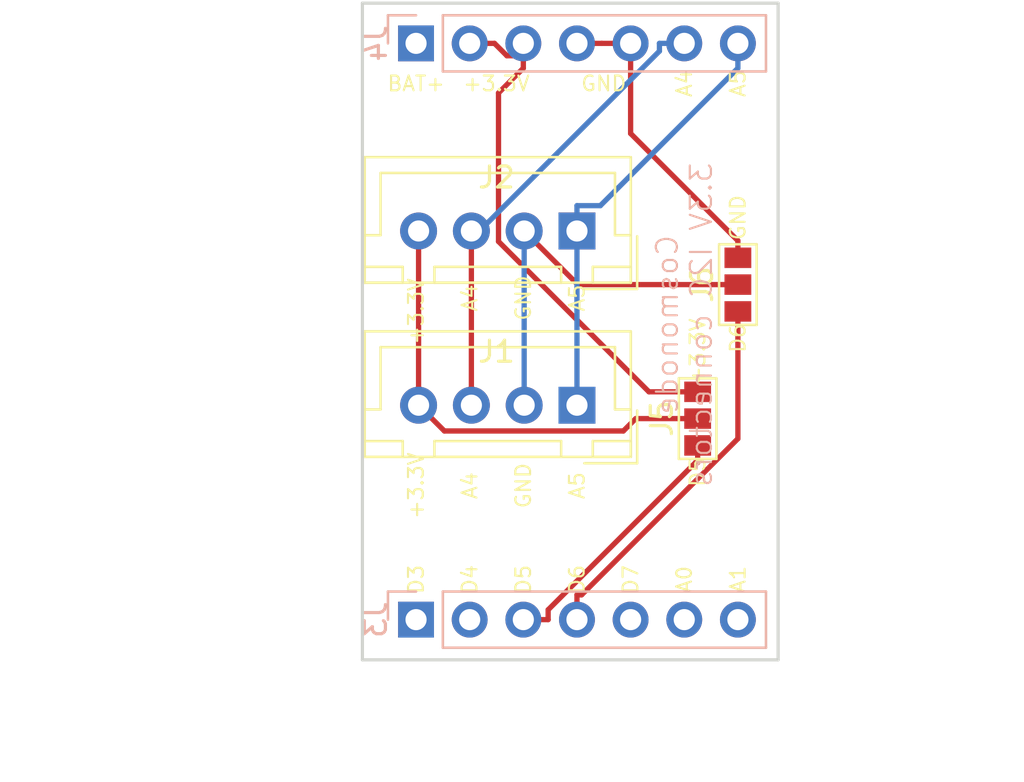
<source format=kicad_pcb>
(kicad_pcb (version 4) (host pcbnew 4.0.7-e1-6374~58~ubuntu16.04.1)

  (general
    (links 14)
    (no_connects 0)
    (area 145.339999 98.349999 165.175001 129.615001)
    (thickness 1.6)
    (drawings 33)
    (tracks 41)
    (zones 0)
    (modules 6)
    (nets 15)
  )

  (page A4)
  (layers
    (0 F.Cu signal)
    (31 B.Cu signal)
    (32 B.Adhes user)
    (33 F.Adhes user)
    (34 B.Paste user)
    (35 F.Paste user)
    (36 B.SilkS user)
    (37 F.SilkS user)
    (38 B.Mask user)
    (39 F.Mask user)
    (40 Dwgs.User user)
    (41 Cmts.User user)
    (42 Eco1.User user)
    (43 Eco2.User user)
    (44 Edge.Cuts user)
    (45 Margin user)
    (46 B.CrtYd user)
    (47 F.CrtYd user)
    (48 B.Fab user)
    (49 F.Fab user)
  )

  (setup
    (last_trace_width 0.25)
    (trace_clearance 0.2)
    (zone_clearance 0.508)
    (zone_45_only no)
    (trace_min 0.2)
    (segment_width 0.2)
    (edge_width 0.15)
    (via_size 0.6)
    (via_drill 0.4)
    (via_min_size 0.4)
    (via_min_drill 0.3)
    (uvia_size 0.3)
    (uvia_drill 0.1)
    (uvias_allowed no)
    (uvia_min_size 0.2)
    (uvia_min_drill 0.1)
    (pcb_text_width 0.3)
    (pcb_text_size 1.5 1.5)
    (mod_edge_width 0.15)
    (mod_text_size 1 1)
    (mod_text_width 0.15)
    (pad_size 1.524 1.524)
    (pad_drill 0.762)
    (pad_to_mask_clearance 0.2)
    (aux_axis_origin 0 0)
    (visible_elements FFFFFF7F)
    (pcbplotparams
      (layerselection 0x010f0_80000001)
      (usegerberextensions true)
      (excludeedgelayer true)
      (linewidth 0.100000)
      (plotframeref false)
      (viasonmask false)
      (mode 1)
      (useauxorigin false)
      (hpglpennumber 1)
      (hpglpenspeed 20)
      (hpglpendiameter 15)
      (hpglpenoverlay 2)
      (psnegative false)
      (psa4output false)
      (plotreference true)
      (plotvalue true)
      (plotinvisibletext false)
      (padsonsilk false)
      (subtractmaskfromsilk false)
      (outputformat 1)
      (mirror false)
      (drillshape 0)
      (scaleselection 1)
      (outputdirectory /home/ed/Kicad/Cosmonode_ext_03/gerber/))
  )

  (net 0 "")
  (net 1 /A5)
  (net 2 "Net-(J1-Pad2)")
  (net 3 /A4)
  (net 4 "Net-(J1-Pad4)")
  (net 5 /D3)
  (net 6 /D4)
  (net 7 /D5)
  (net 8 /D6)
  (net 9 /D7)
  (net 10 /A0)
  (net 11 /A1)
  (net 12 /BAT+)
  (net 13 +3V3)
  (net 14 GND)

  (net_class Default "Ceci est la Netclass par défaut"
    (clearance 0.2)
    (trace_width 0.25)
    (via_dia 0.6)
    (via_drill 0.4)
    (uvia_dia 0.3)
    (uvia_drill 0.1)
    (add_net +3V3)
    (add_net /A0)
    (add_net /A1)
    (add_net /A4)
    (add_net /A5)
    (add_net /BAT+)
    (add_net /D3)
    (add_net /D4)
    (add_net /D5)
    (add_net /D6)
    (add_net /D7)
    (add_net GND)
    (add_net "Net-(J1-Pad2)")
    (add_net "Net-(J1-Pad4)")
  )

  (module Connectors_JST:JST_XH_B04B-XH-A_04x2.50mm_Straight (layer F.Cu) (tedit 5981E413) (tstamp 5981E14F)
    (at 155.575 117.475 180)
    (descr "JST XH series connector, B04B-XH-A, top entry type, through hole")
    (tags "connector jst xh tht top vertical 2.50mm")
    (path /59808268)
    (fp_text reference J1 (at 3.81 2.54 180) (layer F.SilkS)
      (effects (font (size 1 1) (thickness 0.15)))
    )
    (fp_text value CONN_01X04 (at 3.75 4.5 180) (layer F.Fab) hide
      (effects (font (size 1 1) (thickness 0.15)))
    )
    (fp_line (start -2.45 -2.35) (end -2.45 3.4) (layer F.Fab) (width 0.1))
    (fp_line (start -2.45 3.4) (end 9.95 3.4) (layer F.Fab) (width 0.1))
    (fp_line (start 9.95 3.4) (end 9.95 -2.35) (layer F.Fab) (width 0.1))
    (fp_line (start 9.95 -2.35) (end -2.45 -2.35) (layer F.Fab) (width 0.1))
    (fp_line (start -2.95 -2.85) (end -2.95 3.9) (layer F.CrtYd) (width 0.05))
    (fp_line (start -2.95 3.9) (end 10.45 3.9) (layer F.CrtYd) (width 0.05))
    (fp_line (start 10.45 3.9) (end 10.45 -2.85) (layer F.CrtYd) (width 0.05))
    (fp_line (start 10.45 -2.85) (end -2.95 -2.85) (layer F.CrtYd) (width 0.05))
    (fp_line (start -2.55 -2.45) (end -2.55 3.5) (layer F.SilkS) (width 0.12))
    (fp_line (start -2.55 3.5) (end 10.05 3.5) (layer F.SilkS) (width 0.12))
    (fp_line (start 10.05 3.5) (end 10.05 -2.45) (layer F.SilkS) (width 0.12))
    (fp_line (start 10.05 -2.45) (end -2.55 -2.45) (layer F.SilkS) (width 0.12))
    (fp_line (start 0.75 -2.45) (end 0.75 -1.7) (layer F.SilkS) (width 0.12))
    (fp_line (start 0.75 -1.7) (end 6.75 -1.7) (layer F.SilkS) (width 0.12))
    (fp_line (start 6.75 -1.7) (end 6.75 -2.45) (layer F.SilkS) (width 0.12))
    (fp_line (start 6.75 -2.45) (end 0.75 -2.45) (layer F.SilkS) (width 0.12))
    (fp_line (start -2.55 -2.45) (end -2.55 -1.7) (layer F.SilkS) (width 0.12))
    (fp_line (start -2.55 -1.7) (end -0.75 -1.7) (layer F.SilkS) (width 0.12))
    (fp_line (start -0.75 -1.7) (end -0.75 -2.45) (layer F.SilkS) (width 0.12))
    (fp_line (start -0.75 -2.45) (end -2.55 -2.45) (layer F.SilkS) (width 0.12))
    (fp_line (start 8.25 -2.45) (end 8.25 -1.7) (layer F.SilkS) (width 0.12))
    (fp_line (start 8.25 -1.7) (end 10.05 -1.7) (layer F.SilkS) (width 0.12))
    (fp_line (start 10.05 -1.7) (end 10.05 -2.45) (layer F.SilkS) (width 0.12))
    (fp_line (start 10.05 -2.45) (end 8.25 -2.45) (layer F.SilkS) (width 0.12))
    (fp_line (start -2.55 -0.2) (end -1.8 -0.2) (layer F.SilkS) (width 0.12))
    (fp_line (start -1.8 -0.2) (end -1.8 2.75) (layer F.SilkS) (width 0.12))
    (fp_line (start -1.8 2.75) (end 3.75 2.75) (layer F.SilkS) (width 0.12))
    (fp_line (start 10.05 -0.2) (end 9.3 -0.2) (layer F.SilkS) (width 0.12))
    (fp_line (start 9.3 -0.2) (end 9.3 2.75) (layer F.SilkS) (width 0.12))
    (fp_line (start 9.3 2.75) (end 3.75 2.75) (layer F.SilkS) (width 0.12))
    (fp_line (start -0.35 -2.75) (end -2.85 -2.75) (layer F.SilkS) (width 0.12))
    (fp_line (start -2.85 -2.75) (end -2.85 -0.25) (layer F.SilkS) (width 0.12))
    (fp_line (start -0.35 -2.75) (end -2.85 -2.75) (layer F.Fab) (width 0.1))
    (fp_line (start -2.85 -2.75) (end -2.85 -0.25) (layer F.Fab) (width 0.1))
    (fp_text user %R (at 3.75 2.5 180) (layer F.Fab)
      (effects (font (size 1 1) (thickness 0.15)))
    )
    (pad 1 thru_hole rect (at 0 0 180) (size 1.75 1.75) (drill 1) (layers *.Cu *.Mask)
      (net 1 /A5))
    (pad 2 thru_hole circle (at 2.5 0 180) (size 1.75 1.75) (drill 1) (layers *.Cu *.Mask)
      (net 2 "Net-(J1-Pad2)"))
    (pad 3 thru_hole circle (at 5 0 180) (size 1.75 1.75) (drill 1) (layers *.Cu *.Mask)
      (net 3 /A4))
    (pad 4 thru_hole circle (at 7.5 0 180) (size 1.75 1.75) (drill 1) (layers *.Cu *.Mask)
      (net 4 "Net-(J1-Pad4)"))
    (model Connectors_JST.3dshapes/JST_XH_B04B-XH-A_04x2.50mm_Straight.wrl
      (at (xyz 0 0 0))
      (scale (xyz 1 1 1))
      (rotate (xyz 0 0 0))
    )
  )

  (module Connectors_JST:JST_XH_B04B-XH-A_04x2.50mm_Straight (layer F.Cu) (tedit 5981E41D) (tstamp 5981E157)
    (at 155.575 109.22 180)
    (descr "JST XH series connector, B04B-XH-A, top entry type, through hole")
    (tags "connector jst xh tht top vertical 2.50mm")
    (path /5981E32E)
    (fp_text reference J2 (at 3.81 2.54 180) (layer F.SilkS)
      (effects (font (size 1 1) (thickness 0.15)))
    )
    (fp_text value CONN_01X04 (at 3.75 4.5 180) (layer F.Fab) hide
      (effects (font (size 1 1) (thickness 0.15)))
    )
    (fp_line (start -2.45 -2.35) (end -2.45 3.4) (layer F.Fab) (width 0.1))
    (fp_line (start -2.45 3.4) (end 9.95 3.4) (layer F.Fab) (width 0.1))
    (fp_line (start 9.95 3.4) (end 9.95 -2.35) (layer F.Fab) (width 0.1))
    (fp_line (start 9.95 -2.35) (end -2.45 -2.35) (layer F.Fab) (width 0.1))
    (fp_line (start -2.95 -2.85) (end -2.95 3.9) (layer F.CrtYd) (width 0.05))
    (fp_line (start -2.95 3.9) (end 10.45 3.9) (layer F.CrtYd) (width 0.05))
    (fp_line (start 10.45 3.9) (end 10.45 -2.85) (layer F.CrtYd) (width 0.05))
    (fp_line (start 10.45 -2.85) (end -2.95 -2.85) (layer F.CrtYd) (width 0.05))
    (fp_line (start -2.55 -2.45) (end -2.55 3.5) (layer F.SilkS) (width 0.12))
    (fp_line (start -2.55 3.5) (end 10.05 3.5) (layer F.SilkS) (width 0.12))
    (fp_line (start 10.05 3.5) (end 10.05 -2.45) (layer F.SilkS) (width 0.12))
    (fp_line (start 10.05 -2.45) (end -2.55 -2.45) (layer F.SilkS) (width 0.12))
    (fp_line (start 0.75 -2.45) (end 0.75 -1.7) (layer F.SilkS) (width 0.12))
    (fp_line (start 0.75 -1.7) (end 6.75 -1.7) (layer F.SilkS) (width 0.12))
    (fp_line (start 6.75 -1.7) (end 6.75 -2.45) (layer F.SilkS) (width 0.12))
    (fp_line (start 6.75 -2.45) (end 0.75 -2.45) (layer F.SilkS) (width 0.12))
    (fp_line (start -2.55 -2.45) (end -2.55 -1.7) (layer F.SilkS) (width 0.12))
    (fp_line (start -2.55 -1.7) (end -0.75 -1.7) (layer F.SilkS) (width 0.12))
    (fp_line (start -0.75 -1.7) (end -0.75 -2.45) (layer F.SilkS) (width 0.12))
    (fp_line (start -0.75 -2.45) (end -2.55 -2.45) (layer F.SilkS) (width 0.12))
    (fp_line (start 8.25 -2.45) (end 8.25 -1.7) (layer F.SilkS) (width 0.12))
    (fp_line (start 8.25 -1.7) (end 10.05 -1.7) (layer F.SilkS) (width 0.12))
    (fp_line (start 10.05 -1.7) (end 10.05 -2.45) (layer F.SilkS) (width 0.12))
    (fp_line (start 10.05 -2.45) (end 8.25 -2.45) (layer F.SilkS) (width 0.12))
    (fp_line (start -2.55 -0.2) (end -1.8 -0.2) (layer F.SilkS) (width 0.12))
    (fp_line (start -1.8 -0.2) (end -1.8 2.75) (layer F.SilkS) (width 0.12))
    (fp_line (start -1.8 2.75) (end 3.75 2.75) (layer F.SilkS) (width 0.12))
    (fp_line (start 10.05 -0.2) (end 9.3 -0.2) (layer F.SilkS) (width 0.12))
    (fp_line (start 9.3 -0.2) (end 9.3 2.75) (layer F.SilkS) (width 0.12))
    (fp_line (start 9.3 2.75) (end 3.75 2.75) (layer F.SilkS) (width 0.12))
    (fp_line (start -0.35 -2.75) (end -2.85 -2.75) (layer F.SilkS) (width 0.12))
    (fp_line (start -2.85 -2.75) (end -2.85 -0.25) (layer F.SilkS) (width 0.12))
    (fp_line (start -0.35 -2.75) (end -2.85 -2.75) (layer F.Fab) (width 0.1))
    (fp_line (start -2.85 -2.75) (end -2.85 -0.25) (layer F.Fab) (width 0.1))
    (fp_text user %R (at 3.81 2.54 180) (layer F.Fab)
      (effects (font (size 1 1) (thickness 0.15)))
    )
    (pad 1 thru_hole rect (at 0 0 180) (size 1.75 1.75) (drill 1) (layers *.Cu *.Mask)
      (net 1 /A5))
    (pad 2 thru_hole circle (at 2.5 0 180) (size 1.75 1.75) (drill 1) (layers *.Cu *.Mask)
      (net 2 "Net-(J1-Pad2)"))
    (pad 3 thru_hole circle (at 5 0 180) (size 1.75 1.75) (drill 1) (layers *.Cu *.Mask)
      (net 3 /A4))
    (pad 4 thru_hole circle (at 7.5 0 180) (size 1.75 1.75) (drill 1) (layers *.Cu *.Mask)
      (net 4 "Net-(J1-Pad4)"))
    (model Connectors_JST.3dshapes/JST_XH_B04B-XH-A_04x2.50mm_Straight.wrl
      (at (xyz 0 0 0))
      (scale (xyz 1 1 1))
      (rotate (xyz 0 0 0))
    )
  )

  (module Pin_Headers:Pin_Header_Straight_1x07_Pitch2.54mm (layer B.Cu) (tedit 5981E584) (tstamp 5981E162)
    (at 147.955 127.635 270)
    (descr "Through hole straight pin header, 1x07, 2.54mm pitch, single row")
    (tags "Through hole pin header THT 1x07 2.54mm single row")
    (path /598047BC)
    (fp_text reference J3 (at 0 1.905 270) (layer B.SilkS)
      (effects (font (size 1 1) (thickness 0.15)) (justify mirror))
    )
    (fp_text value CONN_01X07 (at 0 -17.57 270) (layer B.Fab) hide
      (effects (font (size 1 1) (thickness 0.15)) (justify mirror))
    )
    (fp_line (start -0.635 1.27) (end 1.27 1.27) (layer B.Fab) (width 0.1))
    (fp_line (start 1.27 1.27) (end 1.27 -16.51) (layer B.Fab) (width 0.1))
    (fp_line (start 1.27 -16.51) (end -1.27 -16.51) (layer B.Fab) (width 0.1))
    (fp_line (start -1.27 -16.51) (end -1.27 0.635) (layer B.Fab) (width 0.1))
    (fp_line (start -1.27 0.635) (end -0.635 1.27) (layer B.Fab) (width 0.1))
    (fp_line (start -1.33 -16.57) (end 1.33 -16.57) (layer B.SilkS) (width 0.12))
    (fp_line (start -1.33 -1.27) (end -1.33 -16.57) (layer B.SilkS) (width 0.12))
    (fp_line (start 1.33 -1.27) (end 1.33 -16.57) (layer B.SilkS) (width 0.12))
    (fp_line (start -1.33 -1.27) (end 1.33 -1.27) (layer B.SilkS) (width 0.12))
    (fp_line (start -1.33 0) (end -1.33 1.33) (layer B.SilkS) (width 0.12))
    (fp_line (start -1.33 1.33) (end 0 1.33) (layer B.SilkS) (width 0.12))
    (fp_line (start -1.8 1.8) (end -1.8 -17.05) (layer B.CrtYd) (width 0.05))
    (fp_line (start -1.8 -17.05) (end 1.8 -17.05) (layer B.CrtYd) (width 0.05))
    (fp_line (start 1.8 -17.05) (end 1.8 1.8) (layer B.CrtYd) (width 0.05))
    (fp_line (start 1.8 1.8) (end -1.8 1.8) (layer B.CrtYd) (width 0.05))
    (fp_text user %R (at 0 -7.62 540) (layer B.Fab)
      (effects (font (size 1 1) (thickness 0.15)) (justify mirror))
    )
    (pad 1 thru_hole rect (at 0 0 270) (size 1.7 1.7) (drill 1) (layers *.Cu *.Mask)
      (net 5 /D3))
    (pad 2 thru_hole oval (at 0 -2.54 270) (size 1.7 1.7) (drill 1) (layers *.Cu *.Mask)
      (net 6 /D4))
    (pad 3 thru_hole oval (at 0 -5.08 270) (size 1.7 1.7) (drill 1) (layers *.Cu *.Mask)
      (net 7 /D5))
    (pad 4 thru_hole oval (at 0 -7.62 270) (size 1.7 1.7) (drill 1) (layers *.Cu *.Mask)
      (net 8 /D6))
    (pad 5 thru_hole oval (at 0 -10.16 270) (size 1.7 1.7) (drill 1) (layers *.Cu *.Mask)
      (net 9 /D7))
    (pad 6 thru_hole oval (at 0 -12.7 270) (size 1.7 1.7) (drill 1) (layers *.Cu *.Mask)
      (net 10 /A0))
    (pad 7 thru_hole oval (at 0 -15.24 270) (size 1.7 1.7) (drill 1) (layers *.Cu *.Mask)
      (net 11 /A1))
    (model ${KISYS3DMOD}/Pin_Headers.3dshapes/Pin_Header_Straight_1x07_Pitch2.54mm.wrl
      (at (xyz 0 0 0))
      (scale (xyz 1 1 1))
      (rotate (xyz 0 0 0))
    )
  )

  (module Pin_Headers:Pin_Header_Straight_1x07_Pitch2.54mm (layer B.Cu) (tedit 5981E57E) (tstamp 5981E16D)
    (at 147.955 100.33 270)
    (descr "Through hole straight pin header, 1x07, 2.54mm pitch, single row")
    (tags "Through hole pin header THT 1x07 2.54mm single row")
    (path /598047EF)
    (fp_text reference J4 (at 0 1.905 450) (layer B.SilkS)
      (effects (font (size 1 1) (thickness 0.15)) (justify mirror))
    )
    (fp_text value CONN_01X07 (at 0 -17.57 270) (layer B.Fab) hide
      (effects (font (size 1 1) (thickness 0.15)) (justify mirror))
    )
    (fp_line (start -0.635 1.27) (end 1.27 1.27) (layer B.Fab) (width 0.1))
    (fp_line (start 1.27 1.27) (end 1.27 -16.51) (layer B.Fab) (width 0.1))
    (fp_line (start 1.27 -16.51) (end -1.27 -16.51) (layer B.Fab) (width 0.1))
    (fp_line (start -1.27 -16.51) (end -1.27 0.635) (layer B.Fab) (width 0.1))
    (fp_line (start -1.27 0.635) (end -0.635 1.27) (layer B.Fab) (width 0.1))
    (fp_line (start -1.33 -16.57) (end 1.33 -16.57) (layer B.SilkS) (width 0.12))
    (fp_line (start -1.33 -1.27) (end -1.33 -16.57) (layer B.SilkS) (width 0.12))
    (fp_line (start 1.33 -1.27) (end 1.33 -16.57) (layer B.SilkS) (width 0.12))
    (fp_line (start -1.33 -1.27) (end 1.33 -1.27) (layer B.SilkS) (width 0.12))
    (fp_line (start -1.33 0) (end -1.33 1.33) (layer B.SilkS) (width 0.12))
    (fp_line (start -1.33 1.33) (end 0 1.33) (layer B.SilkS) (width 0.12))
    (fp_line (start -1.8 1.8) (end -1.8 -17.05) (layer B.CrtYd) (width 0.05))
    (fp_line (start -1.8 -17.05) (end 1.8 -17.05) (layer B.CrtYd) (width 0.05))
    (fp_line (start 1.8 -17.05) (end 1.8 1.8) (layer B.CrtYd) (width 0.05))
    (fp_line (start 1.8 1.8) (end -1.8 1.8) (layer B.CrtYd) (width 0.05))
    (fp_text user %R (at 0 -7.62 540) (layer B.Fab)
      (effects (font (size 1 1) (thickness 0.15)) (justify mirror))
    )
    (pad 1 thru_hole rect (at 0 0 270) (size 1.7 1.7) (drill 1) (layers *.Cu *.Mask)
      (net 12 /BAT+))
    (pad 2 thru_hole oval (at 0 -2.54 270) (size 1.7 1.7) (drill 1) (layers *.Cu *.Mask)
      (net 13 +3V3))
    (pad 3 thru_hole oval (at 0 -5.08 270) (size 1.7 1.7) (drill 1) (layers *.Cu *.Mask)
      (net 13 +3V3))
    (pad 4 thru_hole oval (at 0 -7.62 270) (size 1.7 1.7) (drill 1) (layers *.Cu *.Mask)
      (net 14 GND))
    (pad 5 thru_hole oval (at 0 -10.16 270) (size 1.7 1.7) (drill 1) (layers *.Cu *.Mask)
      (net 14 GND))
    (pad 6 thru_hole oval (at 0 -12.7 270) (size 1.7 1.7) (drill 1) (layers *.Cu *.Mask)
      (net 3 /A4))
    (pad 7 thru_hole oval (at 0 -15.24 270) (size 1.7 1.7) (drill 1) (layers *.Cu *.Mask)
      (net 1 /A5))
    (model ${KISYS3DMOD}/Pin_Headers.3dshapes/Pin_Header_Straight_1x07_Pitch2.54mm.wrl
      (at (xyz 0 0 0))
      (scale (xyz 1 1 1))
      (rotate (xyz 0 0 0))
    )
  )

  (module Connectors:GS3 (layer F.Cu) (tedit 5981E58B) (tstamp 5981E174)
    (at 161.29 118.11)
    (descr "3-pin solder bridge")
    (tags "solder bridge")
    (path /5980D5B2)
    (attr smd)
    (fp_text reference J5 (at -1.7 0 90) (layer F.SilkS)
      (effects (font (size 1 1) (thickness 0.15)))
    )
    (fp_text value GS3 (at 1.8 0 90) (layer F.Fab) hide
      (effects (font (size 1 1) (thickness 0.15)))
    )
    (fp_line (start -1.15 -2.15) (end 1.15 -2.15) (layer F.CrtYd) (width 0.05))
    (fp_line (start 1.15 -2.15) (end 1.15 2.15) (layer F.CrtYd) (width 0.05))
    (fp_line (start 1.15 2.15) (end -1.15 2.15) (layer F.CrtYd) (width 0.05))
    (fp_line (start -1.15 2.15) (end -1.15 -2.15) (layer F.CrtYd) (width 0.05))
    (fp_line (start -0.89 -1.91) (end -0.89 1.91) (layer F.SilkS) (width 0.12))
    (fp_line (start -0.89 1.91) (end 0.89 1.91) (layer F.SilkS) (width 0.12))
    (fp_line (start 0.89 1.91) (end 0.89 -1.91) (layer F.SilkS) (width 0.12))
    (fp_line (start -0.89 -1.91) (end 0.89 -1.91) (layer F.SilkS) (width 0.12))
    (pad 1 smd rect (at 0 -1.27) (size 1.27 0.97) (layers F.Cu F.Paste F.Mask)
      (net 13 +3V3))
    (pad 2 smd rect (at 0 0) (size 1.27 0.97) (layers F.Cu F.Paste F.Mask)
      (net 4 "Net-(J1-Pad4)"))
    (pad 3 smd rect (at 0 1.27) (size 1.27 0.97) (layers F.Cu F.Paste F.Mask)
      (net 7 /D5))
  )

  (module Connectors:GS3 (layer F.Cu) (tedit 5981E590) (tstamp 5981E17B)
    (at 163.195 111.76)
    (descr "3-pin solder bridge")
    (tags "solder bridge")
    (path /5980CC8F)
    (attr smd)
    (fp_text reference J6 (at -1.7 0 90) (layer F.SilkS)
      (effects (font (size 1 1) (thickness 0.15)))
    )
    (fp_text value GS3 (at 1.8 0 90) (layer F.Fab) hide
      (effects (font (size 1 1) (thickness 0.15)))
    )
    (fp_line (start -1.15 -2.15) (end 1.15 -2.15) (layer F.CrtYd) (width 0.05))
    (fp_line (start 1.15 -2.15) (end 1.15 2.15) (layer F.CrtYd) (width 0.05))
    (fp_line (start 1.15 2.15) (end -1.15 2.15) (layer F.CrtYd) (width 0.05))
    (fp_line (start -1.15 2.15) (end -1.15 -2.15) (layer F.CrtYd) (width 0.05))
    (fp_line (start -0.89 -1.91) (end -0.89 1.91) (layer F.SilkS) (width 0.12))
    (fp_line (start -0.89 1.91) (end 0.89 1.91) (layer F.SilkS) (width 0.12))
    (fp_line (start 0.89 1.91) (end 0.89 -1.91) (layer F.SilkS) (width 0.12))
    (fp_line (start -0.89 -1.91) (end 0.89 -1.91) (layer F.SilkS) (width 0.12))
    (pad 1 smd rect (at 0 -1.27) (size 1.27 0.97) (layers F.Cu F.Paste F.Mask)
      (net 14 GND))
    (pad 2 smd rect (at 0 0) (size 1.27 0.97) (layers F.Cu F.Paste F.Mask)
      (net 2 "Net-(J1-Pad2)"))
    (pad 3 smd rect (at 0 1.27) (size 1.27 0.97) (layers F.Cu F.Paste F.Mask)
      (net 8 /D6))
  )

  (gr_text GND (at 163.195 108.585 90) (layer F.SilkS)
    (effects (font (size 0.7 0.7) (thickness 0.1)))
  )
  (gr_text +3.3V (at 161.29 114.935 90) (layer F.SilkS)
    (effects (font (size 0.7 0.7) (thickness 0.1)))
  )
  (gr_text A1 (at 163.195 125.73 90) (layer F.SilkS)
    (effects (font (size 0.7 0.7) (thickness 0.1)))
  )
  (gr_text A0 (at 160.655 125.73 90) (layer F.SilkS)
    (effects (font (size 0.7 0.7) (thickness 0.1)))
  )
  (gr_text D7 (at 158.115 125.73 90) (layer F.SilkS)
    (effects (font (size 0.7 0.7) (thickness 0.1)))
  )
  (gr_text D3 (at 147.955 125.73 90) (layer F.SilkS)
    (effects (font (size 0.7 0.7) (thickness 0.1)))
  )
  (gr_text D4 (at 150.495 125.73 90) (layer F.SilkS)
    (effects (font (size 0.7 0.7) (thickness 0.1)))
  )
  (gr_text D5 (at 153.035 125.73 90) (layer F.SilkS)
    (effects (font (size 0.7 0.7) (thickness 0.1)))
  )
  (gr_text D6 (at 155.575 125.73 90) (layer F.SilkS)
    (effects (font (size 0.7 0.7) (thickness 0.1)))
  )
  (gr_text D6 (at 163.195 114.3 90) (layer F.SilkS)
    (effects (font (size 0.7 0.7) (thickness 0.1)))
  )
  (gr_text D5 (at 161.29 120.65 90) (layer F.SilkS)
    (effects (font (size 0.7 0.7) (thickness 0.1)))
  )
  (gr_text GND (at 153.035 121.285 90) (layer F.SilkS)
    (effects (font (size 0.7 0.7) (thickness 0.1)))
  )
  (gr_text GND (at 153.035 112.395 90) (layer F.SilkS)
    (effects (font (size 0.7 0.7) (thickness 0.1)))
  )
  (gr_text +3.3V (at 147.955 113.03 90) (layer F.SilkS)
    (effects (font (size 0.7 0.7) (thickness 0.1)))
  )
  (gr_text +3.3V (at 147.955 121.285 90) (layer F.SilkS)
    (effects (font (size 0.7 0.7) (thickness 0.1)))
  )
  (gr_text A5 (at 155.575 112.395 90) (layer F.SilkS)
    (effects (font (size 0.7 0.7) (thickness 0.1)))
  )
  (gr_text A4 (at 150.495 112.395 90) (layer F.SilkS)
    (effects (font (size 0.7 0.7) (thickness 0.1)))
  )
  (gr_text A4 (at 160.655 102.235 90) (layer F.SilkS)
    (effects (font (size 0.7 0.7) (thickness 0.1)))
  )
  (gr_text BAT+ (at 147.955 102.235) (layer F.SilkS)
    (effects (font (size 0.7 0.7) (thickness 0.1)))
  )
  (gr_text +3.3V (at 151.765 102.235) (layer F.SilkS)
    (effects (font (size 0.7 0.7) (thickness 0.1)))
  )
  (gr_text GND (at 156.845 102.235) (layer F.SilkS)
    (effects (font (size 0.7 0.7) (thickness 0.1)))
  )
  (gr_text A5 (at 163.195 102.235 90) (layer F.SilkS)
    (effects (font (size 0.7 0.7) (thickness 0.1)))
  )
  (gr_text A4 (at 150.495 121.285 90) (layer F.SilkS)
    (effects (font (size 0.7 0.7) (thickness 0.1)))
  )
  (gr_text A5 (at 155.575 121.285 90) (layer F.SilkS)
    (effects (font (size 0.7 0.7) (thickness 0.1)))
  )
  (gr_text "Cosmonode\n3.3V I2C connectors" (at 160.655 113.665 90) (layer B.SilkS)
    (effects (font (size 1 1) (thickness 0.1)) (justify mirror))
  )
  (dimension 8.89 (width 0.3) (layer B.Mask)
    (gr_text "8,890 mm" (at 134.54 125.095 90) (layer B.Mask)
      (effects (font (size 1.5 1.5) (thickness 0.3)))
    )
    (feature1 (pts (xy 145.415 120.65) (xy 133.19 120.65)))
    (feature2 (pts (xy 145.415 129.54) (xy 133.19 129.54)))
    (crossbar (pts (xy 135.89 129.54) (xy 135.89 120.65)))
    (arrow1a (pts (xy 135.89 120.65) (xy 136.476421 121.776504)))
    (arrow1b (pts (xy 135.89 120.65) (xy 135.303579 121.776504)))
    (arrow2a (pts (xy 135.89 129.54) (xy 136.476421 128.413496)))
    (arrow2b (pts (xy 135.89 129.54) (xy 135.303579 128.413496)))
  )
  (dimension 6.985 (width 0.3) (layer B.Mask)
    (gr_text "6,985 mm" (at 134.54 101.9175 270) (layer B.Mask)
      (effects (font (size 1.5 1.5) (thickness 0.3)))
    )
    (feature1 (pts (xy 145.415 105.41) (xy 133.19 105.41)))
    (feature2 (pts (xy 145.415 98.425) (xy 133.19 98.425)))
    (crossbar (pts (xy 135.89 98.425) (xy 135.89 105.41)))
    (arrow1a (pts (xy 135.89 105.41) (xy 135.303579 104.283496)))
    (arrow1b (pts (xy 135.89 105.41) (xy 136.476421 104.283496)))
    (arrow2a (pts (xy 135.89 98.425) (xy 135.303579 99.551504)))
    (arrow2b (pts (xy 135.89 98.425) (xy 136.476421 99.551504)))
  )
  (gr_line (start 145.415 98.425) (end 165.1 98.425) (angle 90) (layer Edge.Cuts) (width 0.15))
  (gr_line (start 145.415 129.54) (end 145.415 98.425) (angle 90) (layer Edge.Cuts) (width 0.15))
  (gr_line (start 165.1 129.54) (end 145.415 129.54) (angle 90) (layer Edge.Cuts) (width 0.15))
  (gr_line (start 165.1 98.425) (end 165.1 129.54) (angle 90) (layer Edge.Cuts) (width 0.15))
  (dimension 19.685 (width 0.3) (layer B.Mask)
    (gr_text "19,685 mm" (at 155.2575 135.97) (layer B.Mask)
      (effects (font (size 1.5 1.5) (thickness 0.3)))
    )
    (feature1 (pts (xy 145.415 129.54) (xy 145.415 137.32)))
    (feature2 (pts (xy 165.1 129.54) (xy 165.1 137.32)))
    (crossbar (pts (xy 165.1 134.62) (xy 145.415 134.62)))
    (arrow1a (pts (xy 145.415 134.62) (xy 146.541504 134.033579)))
    (arrow1b (pts (xy 145.415 134.62) (xy 146.541504 135.206421)))
    (arrow2a (pts (xy 165.1 134.62) (xy 163.973496 134.033579)))
    (arrow2b (pts (xy 165.1 134.62) (xy 163.973496 135.206421)))
  )
  (dimension 31.115 (width 0.3) (layer B.Mask)
    (gr_text "31,115 mm" (at 174.07 113.9825 270) (layer B.Mask)
      (effects (font (size 1.5 1.5) (thickness 0.3)))
    )
    (feature1 (pts (xy 165.1 129.54) (xy 175.42 129.54)))
    (feature2 (pts (xy 165.1 98.425) (xy 175.42 98.425)))
    (crossbar (pts (xy 172.72 98.425) (xy 172.72 129.54)))
    (arrow1a (pts (xy 172.72 129.54) (xy 172.133579 128.413496)))
    (arrow1b (pts (xy 172.72 129.54) (xy 173.306421 128.413496)))
    (arrow2a (pts (xy 172.72 98.425) (xy 172.133579 99.551504)))
    (arrow2b (pts (xy 172.72 98.425) (xy 173.306421 99.551504)))
  )

  (segment (start 155.575 109.22) (end 155.575 117.475) (width 0.25) (layer B.Cu) (net 1))
  (segment (start 156.6806 108.0197) (end 155.575 108.0197) (width 0.25) (layer B.Cu) (net 1))
  (segment (start 163.195 101.5053) (end 156.6806 108.0197) (width 0.25) (layer B.Cu) (net 1))
  (segment (start 163.195 100.33) (end 163.195 101.5053) (width 0.25) (layer B.Cu) (net 1))
  (segment (start 155.575 109.22) (end 155.575 108.0197) (width 0.25) (layer B.Cu) (net 1))
  (segment (start 155.615 111.76) (end 153.075 109.22) (width 0.25) (layer F.Cu) (net 2))
  (segment (start 163.195 111.76) (end 155.615 111.76) (width 0.25) (layer F.Cu) (net 2))
  (segment (start 153.075 109.22) (end 153.075 117.475) (width 0.25) (layer B.Cu) (net 2))
  (segment (start 150.9571 109.22) (end 150.575 109.22) (width 0.25) (layer B.Cu) (net 3))
  (segment (start 159.4797 100.6974) (end 150.9571 109.22) (width 0.25) (layer B.Cu) (net 3))
  (segment (start 159.4797 100.33) (end 159.4797 100.6974) (width 0.25) (layer B.Cu) (net 3))
  (segment (start 160.655 100.33) (end 159.4797 100.33) (width 0.25) (layer B.Cu) (net 3))
  (segment (start 150.575 109.22) (end 150.575 117.475) (width 0.25) (layer F.Cu) (net 3))
  (segment (start 149.2956 118.6956) (end 148.075 117.475) (width 0.25) (layer F.Cu) (net 4))
  (segment (start 157.7721 118.6956) (end 149.2956 118.6956) (width 0.25) (layer F.Cu) (net 4))
  (segment (start 158.3577 118.11) (end 157.7721 118.6956) (width 0.25) (layer F.Cu) (net 4))
  (segment (start 161.29 118.11) (end 158.3577 118.11) (width 0.25) (layer F.Cu) (net 4))
  (segment (start 148.075 109.22) (end 148.075 117.475) (width 0.25) (layer F.Cu) (net 4))
  (segment (start 154.2103 127.1687) (end 154.2103 127.635) (width 0.25) (layer F.Cu) (net 7))
  (segment (start 161.1887 120.1903) (end 154.2103 127.1687) (width 0.25) (layer F.Cu) (net 7))
  (segment (start 161.29 120.1903) (end 161.1887 120.1903) (width 0.25) (layer F.Cu) (net 7))
  (segment (start 161.29 119.38) (end 161.29 120.1903) (width 0.25) (layer F.Cu) (net 7))
  (segment (start 153.035 127.635) (end 154.2103 127.635) (width 0.25) (layer F.Cu) (net 7))
  (segment (start 155.7954 126.4597) (end 155.575 126.4597) (width 0.25) (layer F.Cu) (net 8))
  (segment (start 163.195 119.0601) (end 155.7954 126.4597) (width 0.25) (layer F.Cu) (net 8))
  (segment (start 163.195 113.03) (end 163.195 119.0601) (width 0.25) (layer F.Cu) (net 8))
  (segment (start 155.575 127.635) (end 155.575 126.4597) (width 0.25) (layer F.Cu) (net 8))
  (segment (start 151.8597 102.6806) (end 153.035 101.5053) (width 0.25) (layer F.Cu) (net 13))
  (segment (start 151.8597 109.717) (end 151.8597 102.6806) (width 0.25) (layer F.Cu) (net 13))
  (segment (start 158.9827 116.84) (end 151.8597 109.717) (width 0.25) (layer F.Cu) (net 13))
  (segment (start 161.29 116.84) (end 158.9827 116.84) (width 0.25) (layer F.Cu) (net 13))
  (segment (start 153.035 100.33) (end 153.035 100.9176) (width 0.25) (layer F.Cu) (net 13))
  (segment (start 153.035 100.9176) (end 153.035 101.5053) (width 0.25) (layer F.Cu) (net 13))
  (segment (start 152.2579 100.9176) (end 151.6703 100.33) (width 0.25) (layer F.Cu) (net 13))
  (segment (start 153.035 100.9176) (end 152.2579 100.9176) (width 0.25) (layer F.Cu) (net 13))
  (segment (start 150.495 100.33) (end 151.6703 100.33) (width 0.25) (layer F.Cu) (net 13))
  (segment (start 163.195 110.49) (end 163.195 109.6797) (width 0.25) (layer F.Cu) (net 14))
  (segment (start 155.575 100.33) (end 156.7503 100.33) (width 0.25) (layer F.Cu) (net 14))
  (segment (start 158.115 104.5997) (end 158.115 100.33) (width 0.25) (layer F.Cu) (net 14))
  (segment (start 163.195 109.6797) (end 158.115 104.5997) (width 0.25) (layer F.Cu) (net 14))
  (segment (start 158.115 100.33) (end 156.7503 100.33) (width 0.25) (layer F.Cu) (net 14))

)

</source>
